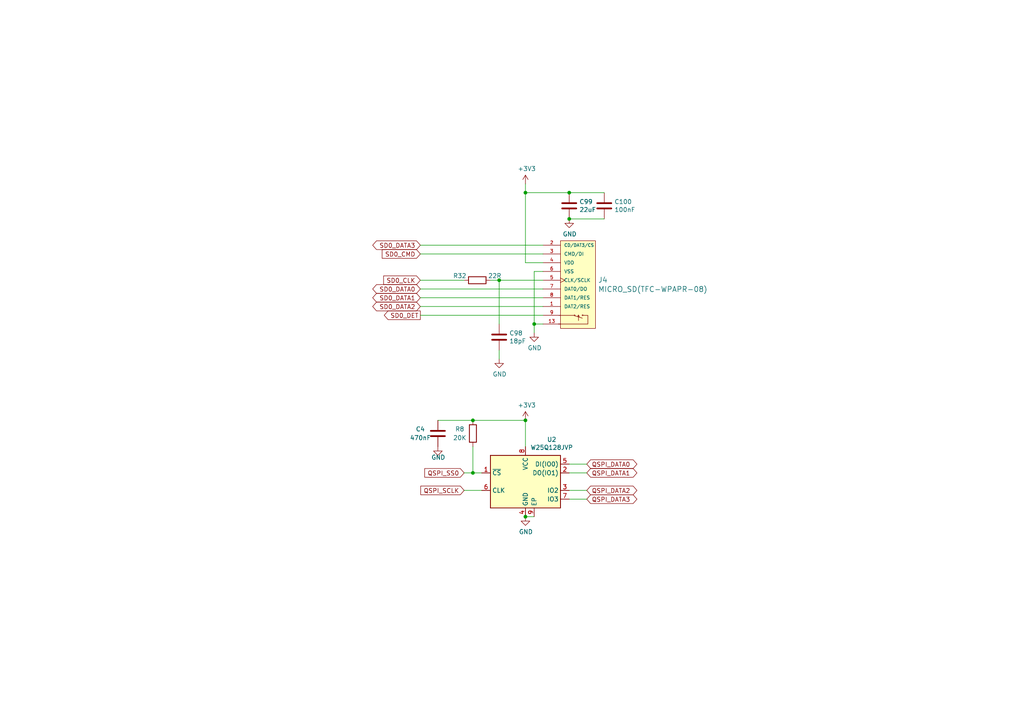
<source format=kicad_sch>
(kicad_sch (version 20230121) (generator eeschema)
  (paper "A4")
  (lib_symbols
    (symbol "Device:C" (pin_numbers hide) (pin_names (offset 0.254))
      (property "Reference" "C" (at 0.635 2.54 0))
      (property "Value" "C" (at 0.635 -2.54 0))
      (symbol "C_0_1"
        (polyline (pts (xy -2.032 -0.762) (xy 2.032 -0.762)) (stroke (width 0.508)))
        (polyline (pts (xy -2.032 0.762) (xy 2.032 0.762)) (stroke (width 0.508)))
      )
      (symbol "C_1_1"
        (pin passive line (at 0 3.81 270) (length 2.794) (name "~") (number "1"))
        (pin passive line (at 0 -3.81 90) (length 2.794) (name "~") (number "2"))
      )
    )
    (symbol "Device:R" (pin_numbers hide) (pin_names (offset 0))
      (property "Reference" "R" (at 2.032 0 90))
      (property "Value" "R" (at 0 0 90))
      (symbol "R_0_1"
        (rectangle (start -1.016 -2.54) (end 1.016 2.54) (stroke (width 0.254)))
      )
      (symbol "R_1_1"
        (pin passive line (at 0 3.81 270) (length 1.27) (name "~") (number "1"))
        (pin passive line (at 0 -3.81 90) (length 1.27) (name "~") (number "2"))
      )
    )
    (symbol "Memory_Flash:W25Q32JVZP"
      (property "Reference" "U" (at -8.89 8.89 0))
      (property "Value" "W25Q32JVZP" (at 7.62 8.89 0))
      (symbol "W25Q32JVZP_0_1"
        (rectangle (start -10.16 7.62) (end 10.16 -7.62) (stroke (width 0.254)) (fill (type background)))
      )
      (symbol "W25Q32JVZP_1_1"
        (pin input line (at -12.7 2.54 0) (length 2.54) (name "~{CS}") (number "1"))
        (pin bidirectional line (at 12.7 2.54 180) (length 2.54) (name "DO(IO1)") (number "2"))
        (pin bidirectional line (at 12.7 -2.54 180) (length 2.54) (name "IO2") (number "3"))
        (pin power_in line (at 0 -10.16 90) (length 2.54) (name "GND") (number "4"))
        (pin bidirectional line (at 12.7 5.08 180) (length 2.54) (name "DI(IO0)") (number "5"))
        (pin input line (at -12.7 -2.54 0) (length 2.54) (name "CLK") (number "6"))
        (pin bidirectional line (at 12.7 -5.08 180) (length 2.54) (name "IO3") (number "7"))
        (pin power_in line (at 0 10.16 270) (length 2.54) (name "VCC") (number "8"))
        (pin passive line (at 2.54 -10.16 90) (length 2.54) (name "EP") (number "9"))
      )
    )
    (symbol "power:+3V3" (power) (pin_names (offset 0))
      (property "Value" "+3V3" (at 0 3.556 0))
      (symbol "+3V3_0_1"
        (polyline (pts (xy -0.762 1.27) (xy 0 2.54)))
        (polyline (pts (xy 0 0) (xy 0 2.54)))
        (polyline (pts (xy 0 2.54) (xy 0.762 1.27)))
      )
      (symbol "+3V3_1_1"
        (pin power_in line (at 0 0 90) (length 0) hide (name "+3V3") (number "1"))
      )
    )
    (symbol "power:GND" (power) (pin_names (offset 0))
      (property "Value" "GND" (at 0 -3.81 0))
      (symbol "GND_0_1"
        (polyline (pts (xy 0 0) (xy 0 -1.27) (xy 1.27 -1.27) (xy 0 -2.54) (xy -1.27 -1.27) (xy 0 -1.27)))
      )
      (symbol "GND_1_1"
        (pin power_in line (at 0 0 270) (length 0) hide (name "GND") (number "1"))
      )
    )
    (symbol "symbols:MICRO_SD(TFC-WPAPR-08)" (pin_names (offset 1.016))
      (property "Reference" "MICRO_SD" (at 2.54 15.24 0))
      (property "Value" "MICRO_SD(TFC-WPAPR-08)" (at 0 -12.7 0))
      (symbol "MICRO_SD(TFC-WPAPR-08)_0_0"
        (rectangle (start -2.54 13.97) (end 7.62 -11.43) (fill (type background)))
        (polyline (pts (xy 2.6416 -7.5946) (xy 2.4638 -7.8994)))
        (polyline (pts (xy 2.6924 -7.6962) (xy 2.6924 -9.1694)))
        (polyline (pts (xy 2.667 -7.5438) (xy 2.921 -7.9756) (xy 2.8956 -7.9756)))
      )
      (symbol "MICRO_SD(TFC-WPAPR-08)_0_1"
        (polyline (pts (xy -3.048 -7.6454) (xy 1.2954 -7.6454)))
        (polyline (pts (xy 1.7018 -7.7978) (xy 3.81 -8.4582)))
        (polyline (pts (xy -3.1496 -10.16) (xy 5.4102 -10.16) (xy 5.4102 -7.6454) (xy 4.1402 -7.6454)))
        (circle (center 1.5494 -7.6454) (radius 0.1524))
        (circle (center 3.8862 -7.62) (radius 0.1524))
      )
      (symbol "MICRO_SD(TFC-WPAPR-08)_1_1"
        (pin bidirectional line (at -7.62 -5.08 0) (length 5.08) (name "DAT2/RES") (number "1"))
        (pin passive line (at -7.62 -10.16 0) (length 5.08) hide (name "~") (number "10"))
        (pin passive line (at -7.62 -10.16 0) (length 5.08) hide (name "~") (number "11"))
        (pin passive line (at -7.62 -10.16 0) (length 5.08) hide (name "~") (number "12"))
        (pin passive line (at -7.62 -10.16 0) (length 5.08) (name "~") (number "13"))
        (pin bidirectional line (at -7.62 12.7 0) (length 5.08) (name "CD/DAT3/CS") (number "2"))
        (pin input line (at -7.62 10.16 0) (length 5.08) (name "CMD/DI") (number "3"))
        (pin power_in line (at -7.62 7.62 0) (length 5.08) (name "VDD") (number "4"))
        (pin input clock (at -7.62 2.54 0) (length 5.08) (name "CLK/SCLK") (number "5"))
        (pin power_in line (at -7.62 5.08 0) (length 5.08) (name "VSS") (number "6"))
        (pin bidirectional line (at -7.62 0 0) (length 5.08) (name "DAT0/DO") (number "7"))
        (pin bidirectional line (at -7.62 -2.54 0) (length 5.08) (name "DAT1/RES") (number "8"))
        (pin passive line (at -7.62 -7.62 0) (length 5.08) (name "~") (number "9"))
      )
    )
  )
  (junction (at 152.4 149.86) (diameter 0.9144))
  (junction (at 152.4 55.88) (diameter 0.9144))
  (junction (at 137.16 137.16) (diameter 0.9144))
  (junction (at 152.4 121.92))
  (junction (at 154.94 93.98) (diameter 0.9144))
  (junction (at 144.78 81.28))
  (junction (at 165.1 63.5) (diameter 0.9144))
  (junction (at 137.16 121.92) (diameter 0.9144))
  (junction (at 165.1 55.88) (diameter 0.9144))
  (wire (pts (xy 152.4 55.88) (xy 165.1 55.88)))
  (wire (pts (xy 157.48 78.74) (xy 154.94 78.74)))
  (wire (pts (xy 134.62 142.24) (xy 139.7 142.24)))
  (wire (pts (xy 137.16 137.16) (xy 139.7 137.16)))
  (wire (pts (xy 142.24 81.28) (xy 144.78 81.28)))
  (wire (pts (xy 137.16 129.54) (xy 137.16 137.16)))
  (wire (pts (xy 154.94 78.74) (xy 154.94 93.98)))
  (wire (pts (xy 154.94 93.98) (xy 154.94 96.52)))
  (wire (pts (xy 152.4 53.34) (xy 152.4 55.88)))
  (wire (pts (xy 165.1 137.16) (xy 170.18 137.16)))
  (wire (pts (xy 165.1 144.78) (xy 170.18 144.78)))
  (wire (pts (xy 144.78 81.28) (xy 157.48 81.28)))
  (wire (pts (xy 144.78 81.28) (xy 144.78 93.98)))
  (wire (pts (xy 127 121.92) (xy 137.16 121.92)))
  (wire (pts (xy 121.92 83.82) (xy 157.48 83.82)))
  (wire (pts (xy 137.16 121.92) (xy 152.4 121.92)))
  (wire (pts (xy 152.4 121.92) (xy 152.4 129.54)))
  (wire (pts (xy 165.1 142.24) (xy 170.18 142.24)))
  (wire (pts (xy 175.26 55.88) (xy 165.1 55.88)))
  (wire (pts (xy 165.1 134.62) (xy 170.18 134.62)))
  (wire (pts (xy 121.92 86.36) (xy 157.48 86.36)))
  (wire (pts (xy 121.92 73.66) (xy 157.48 73.66)))
  (wire (pts (xy 121.92 71.12) (xy 157.48 71.12)))
  (wire (pts (xy 134.62 137.16) (xy 137.16 137.16)))
  (wire (pts (xy 175.26 63.5) (xy 165.1 63.5)))
  (wire (pts (xy 157.48 93.98) (xy 154.94 93.98)))
  (wire (pts (xy 152.4 76.2) (xy 157.48 76.2)))
  (wire (pts (xy 121.92 81.28) (xy 134.62 81.28)))
  (wire (pts (xy 121.92 91.44) (xy 157.48 91.44)))
  (wire (pts (xy 154.94 149.86) (xy 152.4 149.86)))
  (wire (pts (xy 144.78 101.6) (xy 144.78 104.14)))
  (wire (pts (xy 121.92 88.9) (xy 157.48 88.9)))
  (wire (pts (xy 152.4 76.2) (xy 152.4 55.88)))
  (global_label "SD0_DATA0" (shape bidirectional) (at 121.92 83.82 180) (property "Intersheetrefs" "${INTERSHEET_REFS}" (effects hide)))
  (global_label "QSPI_DATA1" (shape bidirectional) (at 170.18 137.16 0) (property "Intersheetrefs" "${INTERSHEET_REFS}" (effects hide)))
  (global_label "SD0_DET" (shape output) (at 121.92 91.44 180) (property "Intersheetrefs" "${INTERSHEET_REFS}" (effects hide)))
  (global_label "QSPI_DATA3" (shape bidirectional) (at 170.18 144.78 0) (property "Intersheetrefs" "${INTERSHEET_REFS}" (effects hide)))
  (global_label "SD0_CLK" (shape input) (at 121.92 81.28 180) (property "Intersheetrefs" "${INTERSHEET_REFS}" (effects hide)))
  (global_label "SD0_DATA3" (shape bidirectional) (at 121.92 71.12 180) (property "Intersheetrefs" "${INTERSHEET_REFS}" (effects hide)))
  (global_label "QSPI_DATA0" (shape bidirectional) (at 170.18 134.62 0) (property "Intersheetrefs" "${INTERSHEET_REFS}" (effects hide)))
  (global_label "QSPI_SCLK" (shape input) (at 134.62 142.24 180) (property "Intersheetrefs" "${INTERSHEET_REFS}" (effects hide)))
  (global_label "SD0_DATA1" (shape bidirectional) (at 121.92 86.36 180) (property "Intersheetrefs" "${INTERSHEET_REFS}" (effects hide)))
  (global_label "SD0_CMD" (shape input) (at 121.92 73.66 180) (property "Intersheetrefs" "${INTERSHEET_REFS}" (effects hide)))
  (global_label "QSPI_SS0" (shape input) (at 134.62 137.16 180) (property "Intersheetrefs" "${INTERSHEET_REFS}" (effects hide)))
  (global_label "SD0_DATA2" (shape bidirectional) (at 121.92 88.9 180) (property "Intersheetrefs" "${INTERSHEET_REFS}" (effects hide)))
  (global_label "QSPI_DATA2" (shape bidirectional) (at 170.18 142.24 0) (property "Intersheetrefs" "${INTERSHEET_REFS}" (effects hide)))
  (symbol (lib_id "Device:C") (at 175.26 59.69 0) (unit 1)
    (property "Reference" "C100" (at 178.181 58.522 0) (effects (justify left)))
    (property "Value" "100nF" (at 178.181 60.833 0) (effects (justify left)))
    (property "Footprint" "Capacitor_SMD:C_0402_1005Metric" (effects hide))
    (instances (project "pcb" (path "" (reference "C100") (unit 1))) (project "pcb" (path "" (reference "C403") (unit 1))))
  )
  (symbol (lib_id "power:GND") (at 127 129.54 0) (unit 1)
    (property "Reference" "#PWR011" (effects hide))
    (property "Value" "GND" (at 127.127 132.6642 0))
    (instances (project "pcb" (path "" (reference "#PWR011") (unit 1)) (path "" (reference "#PWR0122") (unit 1))) (project "pcb" (path "" (reference "#PWR0120") (unit 1))))
  )
  (symbol (lib_id "Device:C") (at 127 125.73 180) (unit 1)
    (property "Reference" "C4" (at 121.92 124.46 0))
    (property "Value" "470nF" (at 121.92 127 0))
    (property "Footprint" "Capacitor_SMD:C_0402_1005Metric" (effects hide))
    (instances (project "pcb" (path "" (reference "C4") (unit 1)) (path "" (reference "C97") (unit 1))) (project "pcb" (path "" (reference "C501") (unit 1))))
  )
  (symbol (lib_id "power:GND") (at 152.4 149.86 0) (unit 1)
    (property "Reference" "#PWR016" (effects hide))
    (property "Value" "GND" (at 152.527 154.2542 0))
    (instances (project "pcb" (path "" (reference "#PWR016") (unit 1)) (path "" (reference "#PWR0126") (unit 1))) (project "pcb" (path "" (reference "#PWR0119") (unit 1))))
  )
  (symbol (lib_id "power:GND") (at 165.1 63.5 0) (unit 1)
    (property "Reference" "#PWR0128" (effects hide))
    (property "Value" "GND" (at 165.227 67.8942 0))
    (instances (project "pcb" (path "" (reference "#PWR0128") (unit 1))) (project "pcb" (path "" (reference "#PWR0404") (unit 1))))
  )
  (symbol (lib_id "power:GND") (at 154.94 96.52 0) (unit 1)
    (property "Reference" "#PWR0127" (effects hide))
    (property "Value" "GND" (at 155.067 100.9142 0))
    (instances (project "pcb" (path "" (reference "#PWR0127") (unit 1))) (project "pcb" (path "" (reference "#PWR0403") (unit 1))))
  )
  (symbol (lib_id "symbols:MICRO_SD(TFC-WPAPR-08)") (at 165.1 83.82 0) (unit 1)
    (property "Reference" "J4" (at 173.431 81.204 0) (effects (font (size 1.524 1.524)) (justify left)))
    (property "Value" "MICRO_SD(TFC-WPAPR-08)" (at 173.4312 83.8962 0) (effects (font (size 1.524 1.524)) (justify left)))
    (property "Footprint" "footprints:TFC-WPAPR-08" (effects hide))
    (instances (project "pcb" (path "" (reference "J4") (unit 1))) (project "pcb" (path "" (reference "J401") (unit 1))))
  )
  (symbol (lib_id "Device:C") (at 144.78 97.79 0) (unit 1)
    (property "Reference" "C98" (at 147.701 96.6216 0) (effects (justify left)))
    (property "Value" "18pF" (at 147.701 98.933 0) (effects (justify left)))
    (property "Footprint" "Capacitor_SMD:C_0402_1005Metric" (effects hide))
    (instances (project "pcb" (path "" (reference "C98") (unit 1))) (project "pcb" (path "" (reference "C401") (unit 1))))
  )
  (symbol (lib_id "Device:C") (at 165.1 59.69 0) (unit 1)
    (property "Reference" "C99" (at 168.021 58.522 0) (effects (justify left)))
    (property "Value" "22uF" (at 168.021 60.833 0) (effects (justify left)))
    (property "Footprint" "Capacitor_SMD:C_0603_1608Metric" (effects hide))
    (instances (project "pcb" (path "" (reference "C99") (unit 1))) (project "pcb" (path "" (reference "C402") (unit 1))))
  )
  (symbol (lib_id "power:GND") (at 144.78 104.14 0) (unit 1)
    (property "Reference" "#PWR0123" (effects hide))
    (property "Value" "GND" (at 144.907 108.5342 0))
    (instances (project "pcb" (path "" (reference "#PWR0123") (unit 1))) (project "pcb" (path "" (reference "#PWR0401") (unit 1))))
  )
  (symbol (lib_id "Device:R") (at 138.43 81.28 270) (unit 1)
    (property "Reference" "R32" (at 133.35 80.01 90))
    (property "Value" "22R" (at 143.51 80.01 90))
    (property "Footprint" "Resistor_SMD:R_0402_1005Metric" (effects hide))
    (instances (project "pcb" (path "" (reference "R32") (unit 1))) (project "pcb" (path "" (reference "R401") (unit 1))))
  )
  (symbol (lib_id "Memory_Flash:W25Q32JVZP") (at 152.4 139.7 0) (unit 1)
    (property "Reference" "U2" (at 160.02 127.483 0))
    (property "Value" "W25Q128JVP" (at 160.02 129.794 0))
    (property "Footprint" "Package_SON:WSON-8-1EP_6x5mm_P1.27mm_EP3.4x4mm" (effects hide))
    (property "Datasheet" "http://www.winbond.com/resource-files/w25q32jv%20revg%2003272018%20plus.pdf" (effects hide))
    (instances (project "pcb" (path "" (reference "U2") (unit 1)) (path "" (reference "U9") (unit 1))) (project "pcb" (path "" (reference "U501") (unit 1))))
  )
  (symbol (lib_id "Device:R") (at 137.16 125.73 0) (unit 1)
    (property "Reference" "R8" (at 133.35 124.46 0))
    (property "Value" "20K" (at 133.35 127 0))
    (property "Footprint" "Resistor_SMD:R_0402_1005Metric" (effects hide))
    (instances (project "pcb" (path "" (reference "R8") (unit 1)) (path "" (reference "R31") (unit 1))) (project "pcb" (path "" (reference "R501") (unit 1))))
  )
  (symbol (lib_id "power:+3V3") (at 152.4 53.34 0) (unit 1)
    (property "Reference" "#PWR0124" (effects hide))
    (property "Value" "+3V3" (at 152.781 48.9458 0))
    (instances (project "pcb" (path "" (reference "#PWR0124") (unit 1))) (project "pcb" (path "" (reference "#PWR0402") (unit 1))))
  )
  (symbol (lib_id "power:+3V3") (at 152.4 121.92 0) (unit 1)
    (property "Reference" "#PWR015" (effects hide))
    (property "Value" "+3V3" (at 152.781 117.5258 0))
    (instances (project "pcb" (path "" (reference "#PWR015") (unit 1)) (path "" (reference "#PWR0125") (unit 1))))
  )
)
</source>
